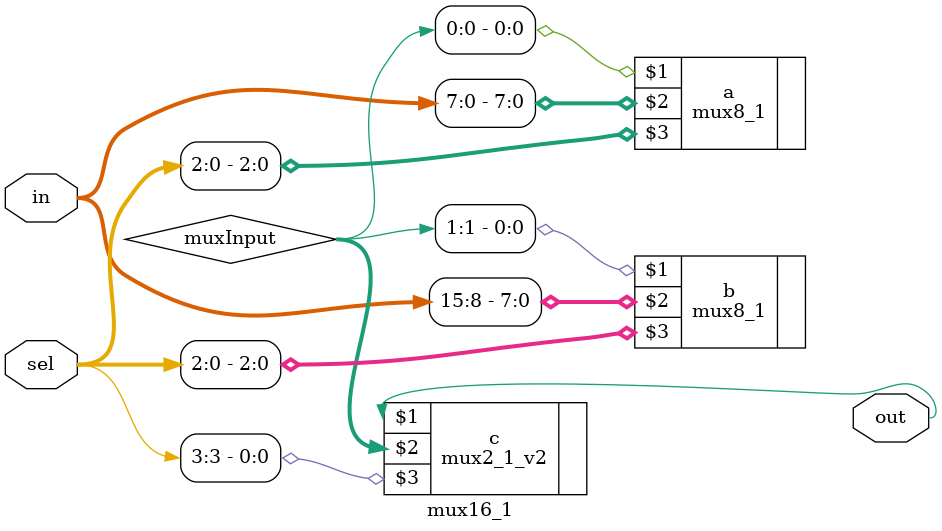
<source format=sv>
`timescale 1ns/1ps

module mux16_1 (out, in, sel);
	output out;
	input [15:0] in;
	input [3:0] sel;
	
	logic [1:0] muxInput;
	
	mux8_1 a (muxInput[0], in[7:0],  sel[2:0]);
	mux8_1 b (muxInput[1], in[15:8], sel[2:0]);
	
	mux2_1_v2 c (out, muxInput, sel[3]);
	
endmodule

</source>
